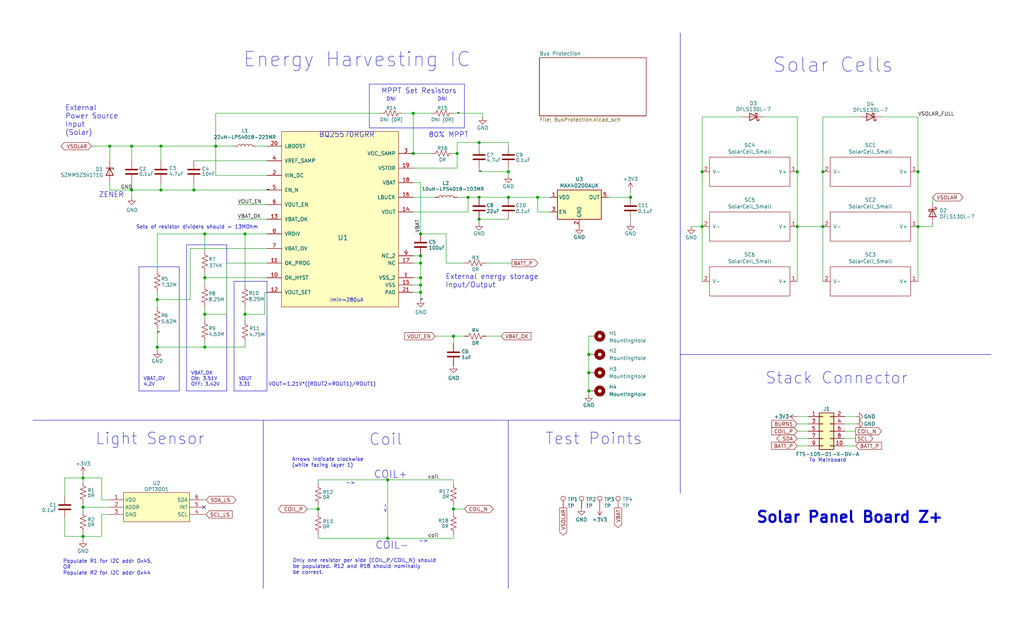
<source format=kicad_sch>
(kicad_sch (version 20230121) (generator eeschema)
  (paper "USLegal")
  (title_block (title "PyCubed Mini") (date "2023-04-25") (rev "B3/02") (company "REx Lab Carnegie Mellon University") (comment 1 "Z.Manchester") (comment 2 "N.Khera") (comment 3 "M.Holliday"))
  (junction (at 38.1 50.8))
  (junction (at 166.37 49.53))
  (junction (at 28.829 186.436))
  (junction (at 54.61 104.14))
  (junction (at 143.51 53.34))
  (junction (at 45.72 66.04))
  (junction (at 146.05 88.9))
  (junction (at 110.49 176.911))
  (junction (at 204.47 123.19))
  (junction (at 28.829 166.116))
  (junction (at 71.12 109.22))
  (junction (at 157.48 176.911))
  (junction (at 74.93 50.8))
  (junction (at 186.69 68.58))
  (junction (at 285.75 78.74))
  (junction (at 85.09 81.28))
  (junction (at 54.61 120.65))
  (junction (at 85.09 109.22))
  (junction (at 162.56 68.58))
  (junction (at 71.12 96.52))
  (junction (at 176.53 59.69))
  (junction (at 55.88 50.8))
  (junction (at 243.84 59.69))
  (junction (at 285.75 59.69))
  (junction (at 146.05 81.28))
  (junction (at 146.05 96.52))
  (junction (at 146.05 101.6))
  (junction (at 71.12 120.65))
  (junction (at 143.51 39.37))
  (junction (at 243.84 78.74))
  (junction (at 276.86 78.74))
  (junction (at 218.948 68.58))
  (junction (at 157.48 116.84))
  (junction (at 134.62 166.751))
  (junction (at 318.77 78.74))
  (junction (at 158.75 53.34))
  (junction (at 28.829 176.276))
  (junction (at 146.05 99.06))
  (junction (at 166.37 76.2))
  (junction (at 67.31 66.04))
  (junction (at 55.88 66.04))
  (junction (at 318.77 59.69))
  (junction (at 276.86 59.69))
  (junction (at 134.62 187.071))
  (junction (at 204.47 129.54))
  (junction (at 204.47 135.89))
  (junction (at 176.53 68.58))
  (junction (at 71.12 81.28))
  (junction (at 45.72 50.8))
  (junction (at 146.05 91.44))
  (junction (at 166.37 68.58))
  (no_connect (at 70.866 176.276))
  (wire (pts (xy 143.51 101.6) (xy 146.05 101.6)))
  (wire (pts (xy 318.77 78.74) (xy 323.85 78.74)))
  (wire (pts (xy 38.1 63.5) (xy 38.1 66.04)))
  (wire (pts (xy 66.04 86.36) (xy 92.71 86.36)))
  (wire (pts (xy 243.84 97.79) (xy 243.84 78.74)))
  (wire (pts (xy 146.05 91.44) (xy 146.05 88.9)))
  (polyline (pts (xy 78.74 85.09) (xy 78.74 135.89)))
  (wire (pts (xy 71.12 106.68) (xy 71.12 109.22)))
  (wire (pts (xy 276.86 40.64) (xy 265.43 40.64)))
  (wire (pts (xy 110.49 175.641) (xy 110.49 176.911)))
  (polyline (pts (xy 81.28 97.79) (xy 92.71 97.79)))
  (wire (pts (xy 204.47 123.19) (xy 204.47 129.54)))
  (wire (pts (xy 85.09 118.999) (xy 85.09 120.65)))
  (wire (pts (xy 146.05 81.28) (xy 146.05 63.5)))
  (polyline (pts (xy 92.71 97.79) (xy 92.71 135.89)))
  (wire (pts (xy 204.47 137.16) (xy 204.47 135.89)))
  (wire (pts (xy 35.306 178.816) (xy 37.846 178.816)))
  (wire (pts (xy 78.74 91.44) (xy 92.71 91.44)))
  (wire (pts (xy 54.61 120.65) (xy 71.12 120.65)))
  (wire (pts (xy 158.75 53.34) (xy 158.75 58.42)))
  (wire (pts (xy 157.48 39.37) (xy 167.64 39.37)))
  (wire (pts (xy 82.55 76.2) (xy 92.71 76.2)))
  (wire (pts (xy 139.7 39.37) (xy 143.51 39.37)))
  (wire (pts (xy 176.53 60.96) (xy 176.53 59.69)))
  (wire (pts (xy 143.51 99.06) (xy 146.05 99.06)))
  (wire (pts (xy 243.84 40.64) (xy 243.84 59.69)))
  (wire (pts (xy 176.53 58.42) (xy 176.53 59.69)))
  (wire (pts (xy 110.49 185.801) (xy 110.49 187.071)))
  (wire (pts (xy 45.72 50.8) (xy 55.88 50.8)))
  (wire (pts (xy 35.306 186.436) (xy 35.306 178.816)))
  (wire (pts (xy 318.77 40.64) (xy 318.77 59.69)))
  (polyline (pts (xy 92.71 135.89) (xy 81.28 135.89)))
  (wire (pts (xy 146.05 104.14) (xy 146.05 101.6)))
  (wire (pts (xy 85.09 81.28) (xy 85.09 99.06)))
  (wire (pts (xy 151.13 116.84) (xy 157.48 116.84)))
  (wire (pts (xy 134.62 166.751) (xy 157.48 166.751)))
  (wire (pts (xy 166.37 76.2) (xy 176.53 76.2)))
  (wire (pts (xy 22.479 172.466) (xy 22.479 166.116)))
  (polyline (pts (xy 176.53 146.05) (xy 176.53 204.47)))
  (wire (pts (xy 28.829 164.846) (xy 28.829 166.116)))
  (wire (pts (xy 28.829 175.006) (xy 28.829 176.276)))
  (polyline (pts (xy 64.77 135.89) (xy 64.77 85.09)))
  (polyline (pts (xy 236.22 11.43) (xy 236.22 171.45)))
  (wire (pts (xy 74.93 50.8) (xy 74.93 60.96)))
  (wire (pts (xy 134.62 187.071) (xy 157.48 187.071)))
  (wire (pts (xy 28.829 186.436) (xy 35.306 186.436)))
  (wire (pts (xy 74.93 39.37) (xy 74.93 50.8)))
  (wire (pts (xy 285.75 78.74) (xy 276.86 78.74)))
  (polyline (pts (xy 161.29 44.45) (xy 128.27 44.45)))
  (wire (pts (xy 166.37 58.42) (xy 166.37 59.69)))
  (polyline (pts (xy 91.44 146.05) (xy 91.44 204.47)))
  (wire (pts (xy 70.866 173.736) (xy 71.628 173.736)))
  (wire (pts (xy 22.479 166.116) (xy 28.829 166.116)))
  (wire (pts (xy 67.31 66.04) (xy 67.31 63.5)))
  (polyline (pts (xy 161.29 29.21) (xy 161.29 44.45)))
  (wire (pts (xy 276.86 154.94) (xy 280.67 154.94)))
  (wire (pts (xy 54.61 114.3) (xy 54.61 120.65)))
  (wire (pts (xy 204.47 116.84) (xy 204.47 123.19)))
  (wire (pts (xy 257.81 40.64) (xy 243.84 40.64)))
  (wire (pts (xy 211.328 68.58) (xy 218.948 68.58)))
  (wire (pts (xy 55.88 66.04) (xy 67.31 66.04)))
  (wire (pts (xy 158.75 68.58) (xy 162.56 68.58)))
  (wire (pts (xy 146.05 88.9) (xy 143.51 88.9)))
  (wire (pts (xy 297.18 147.32) (xy 293.37 147.32)))
  (wire (pts (xy 276.86 147.32) (xy 280.67 147.32)))
  (wire (pts (xy 71.12 118.745) (xy 71.12 120.65)))
  (wire (pts (xy 92.71 55.88) (xy 67.31 55.88)))
  (wire (pts (xy 276.86 78.74) (xy 276.86 97.79)))
  (wire (pts (xy 285.75 59.69) (xy 285.75 78.74)))
  (wire (pts (xy 146.05 99.06) (xy 146.05 96.52)))
  (wire (pts (xy 276.86 152.4) (xy 280.67 152.4)))
  (wire (pts (xy 168.91 116.84) (xy 173.99 116.84)))
  (wire (pts (xy 55.88 50.8) (xy 55.88 55.88)))
  (wire (pts (xy 186.69 68.58) (xy 186.69 73.66)))
  (wire (pts (xy 71.12 94.742) (xy 71.12 96.52)))
  (wire (pts (xy 285.75 40.64) (xy 285.75 59.69)))
  (wire (pts (xy 55.88 50.8) (xy 74.93 50.8)))
  (wire (pts (xy 71.12 81.28) (xy 54.61 81.28)))
  (wire (pts (xy 28.829 185.166) (xy 28.829 186.436)))
  (wire (pts (xy 161.29 176.911) (xy 157.48 176.911)))
  (wire (pts (xy 45.72 55.88) (xy 45.72 50.8)))
  (wire (pts (xy 157.48 185.801) (xy 157.48 187.071)))
  (wire (pts (xy 293.37 152.4) (xy 297.18 152.4)))
  (wire (pts (xy 143.51 53.34) (xy 143.51 39.37)))
  (wire (pts (xy 318.77 78.74) (xy 318.77 97.79)))
  (polyline (pts (xy 62.23 135.89) (xy 48.26 135.89)))
  (polyline (pts (xy 128.27 29.21) (xy 161.29 29.21)))
  (wire (pts (xy 91.948 109.22) (xy 91.948 101.6)))
  (wire (pts (xy 74.93 50.8) (xy 81.28 50.8)))
  (wire (pts (xy 218.948 76.2) (xy 218.948 77.47)))
  (wire (pts (xy 74.93 60.96) (xy 92.71 60.96)))
  (polyline (pts (xy 62.23 92.71) (xy 62.23 135.89)))
  (wire (pts (xy 54.61 121.92) (xy 54.61 120.65)))
  (wire (pts (xy 85.09 81.28) (xy 92.71 81.28)))
  (wire (pts (xy 38.1 55.88) (xy 38.1 50.8)))
  (wire (pts (xy 166.37 50.8) (xy 166.37 49.53)))
  (wire (pts (xy 166.37 59.69) (xy 176.53 59.69)))
  (wire (pts (xy 28.829 187.706) (xy 28.829 186.436)))
  (wire (pts (xy 35.306 166.116) (xy 28.829 166.116)))
  (wire (pts (xy 66.04 104.14) (xy 66.04 86.36)))
  (wire (pts (xy 110.49 166.751) (xy 134.62 166.751)))
  (wire (pts (xy 158.75 49.53) (xy 166.37 49.53)))
  (wire (pts (xy 293.37 149.86) (xy 297.18 149.86)))
  (wire (pts (xy 276.86 59.69) (xy 276.86 78.74)))
  (wire (pts (xy 146.05 101.6) (xy 146.05 99.06)))
  (wire (pts (xy 167.64 39.37) (xy 167.64 40.64)))
  (wire (pts (xy 55.88 63.5) (xy 55.88 66.04)))
  (wire (pts (xy 146.05 96.52) (xy 146.05 91.44)))
  (wire (pts (xy 323.85 78.74) (xy 323.85 77.851)))
  (wire (pts (xy 154.94 91.44) (xy 154.94 81.28)))
  (polyline (pts (xy 81.28 135.89) (xy 81.28 97.79)))
  (wire (pts (xy 82.55 71.12) (xy 92.71 71.12)))
  (polyline (pts (xy 78.74 135.89) (xy 64.77 135.89)))
  (wire (pts (xy 70.866 178.816) (xy 71.501 178.816)))
  (wire (pts (xy 110.49 166.751) (xy 110.49 168.021)))
  (wire (pts (xy 157.48 119.38) (xy 157.48 116.84)))
  (wire (pts (xy 54.61 104.14) (xy 66.04 104.14)))
  (wire (pts (xy 154.94 91.44) (xy 161.29 91.44)))
  (wire (pts (xy 162.56 73.66) (xy 162.56 68.58)))
  (wire (pts (xy 298.45 40.64) (xy 285.75 40.64)))
  (wire (pts (xy 166.37 76.2) (xy 166.37 77.47)))
  (wire (pts (xy 92.71 66.04) (xy 67.31 66.04)))
  (wire (pts (xy 157.48 53.34) (xy 158.75 53.34)))
  (wire (pts (xy 71.12 120.65) (xy 85.09 120.65)))
  (wire (pts (xy 218.948 66.04) (xy 218.948 68.58)))
  (wire (pts (xy 85.09 106.68) (xy 85.09 109.22)))
  (wire (pts (xy 106.68 176.911) (xy 110.49 176.911)))
  (wire (pts (xy 157.48 166.751) (xy 157.48 168.021)))
  (polyline (pts (xy 48.26 92.71) (xy 62.23 92.71)))
  (wire (pts (xy 31.75 50.8) (xy 38.1 50.8)))
  (wire (pts (xy 204.47 129.54) (xy 204.47 135.89)))
  (wire (pts (xy 285.75 78.74) (xy 285.75 97.79)))
  (wire (pts (xy 318.77 59.69) (xy 318.77 78.74)))
  (wire (pts (xy 166.37 49.53) (xy 176.53 49.53)))
  (polyline (pts (xy 64.77 85.09) (xy 78.74 85.09)))
  (wire (pts (xy 162.56 68.58) (xy 166.37 68.58)))
  (wire (pts (xy 71.12 109.22) (xy 78.74 109.22)))
  (wire (pts (xy 143.51 68.58) (xy 151.13 68.58)))
  (wire (pts (xy 176.53 68.58) (xy 186.69 68.58)))
  (wire (pts (xy 186.69 68.58) (xy 191.008 68.58)))
  (wire (pts (xy 71.12 96.52) (xy 71.12 99.06)))
  (wire (pts (xy 38.1 66.04) (xy 45.72 66.04)))
  (wire (pts (xy 85.09 81.28) (xy 71.12 81.28)))
  (wire (pts (xy 85.09 109.22) (xy 85.09 111.379)))
  (wire (pts (xy 28.829 176.276) (xy 28.829 177.546)))
  (wire (pts (xy 38.1 50.8) (xy 45.72 50.8)))
  (wire (pts (xy 91.948 101.6) (xy 92.71 101.6)))
  (wire (pts (xy 243.84 78.74) (xy 240.03 78.74)))
  (wire (pts (xy 158.75 58.42) (xy 143.51 58.42)))
  (wire (pts (xy 88.9 50.8) (xy 92.71 50.8)))
  (wire (pts (xy 45.72 66.04) (xy 55.88 66.04)))
  (wire (pts (xy 280.67 144.78) (xy 276.86 144.78)))
  (wire (pts (xy 54.61 104.14) (xy 54.61 106.68)))
  (wire (pts (xy 28.829 166.116) (xy 28.829 167.386)))
  (wire (pts (xy 276.86 149.86) (xy 280.67 149.86)))
  (wire (pts (xy 54.61 81.28) (xy 54.61 93.98)))
  (wire (pts (xy 168.91 91.44) (xy 177.8 91.44)))
  (wire (pts (xy 297.18 154.94) (xy 293.37 154.94)))
  (wire (pts (xy 71.12 81.28) (xy 71.12 87.122)))
  (wire (pts (xy 134.62 166.751) (xy 134.62 187.071)))
  (polyline (pts (xy 236.22 123.19) (xy 344.17 123.19)))
  (wire (pts (xy 157.48 176.911) (xy 157.48 178.181)))
  (wire (pts (xy 110.49 176.911) (xy 110.49 178.181)))
  (wire (pts (xy 276.86 59.69) (xy 276.86 40.64)))
  (wire (pts (xy 143.51 39.37) (xy 149.86 39.37)))
  (wire (pts (xy 74.93 39.37) (xy 132.08 39.37)))
  (wire (pts (xy 143.51 73.66) (xy 162.56 73.66)))
  (polyline (pts (xy 48.26 135.89) (xy 48.26 92.71)))
  (wire (pts (xy 54.61 101.6) (xy 54.61 104.14)))
  (wire (pts (xy 22.479 186.436) (xy 28.829 186.436)))
  (wire (pts (xy 143.51 91.44) (xy 146.05 91.44)))
  (wire (pts (xy 71.12 109.22) (xy 71.12 111.125)))
  (wire (pts (xy 176.53 50.8) (xy 176.53 49.53)))
  (wire (pts (xy 157.48 116.84) (xy 161.29 116.84)))
  (wire (pts (xy 243.84 78.74) (xy 243.84 59.69)))
  (wire (pts (xy 157.48 175.641) (xy 157.48 176.911)))
  (polyline (pts (xy 11.43 146.05) (xy 236.22 146.05)))
  (wire (pts (xy 323.85 68.58) (xy 323.85 70.231)))
  (wire (pts (xy 306.07 40.64) (xy 318.77 40.64)))
  (wire (pts (xy 158.75 49.53) (xy 158.75 53.34)))
  (wire (pts (xy 154.94 81.28) (xy 146.05 81.28)))
  (wire (pts (xy 45.72 63.5) (xy 45.72 66.04)))
  (wire (pts (xy 297.18 144.78) (xy 293.37 144.78)))
  (wire (pts (xy 71.12 96.52) (xy 92.71 96.52)))
  (wire (pts (xy 28.829 176.276) (xy 37.846 176.276)))
  (wire (pts (xy 110.49 187.071) (xy 134.62 187.071)))
  (wire (pts (xy 45.72 66.04) (xy 45.72 68.58)))
  (wire (pts (xy 22.479 180.086) (xy 22.479 186.436)))
  (wire (pts (xy 35.306 173.736) (xy 35.306 166.116)))
  (wire (pts (xy 143.51 53.34) (xy 149.86 53.34)))
  (wire (pts (xy 78.74 109.22) (xy 78.74 91.44)))
  (wire (pts (xy 143.51 96.52) (xy 146.05 96.52)))
  (wire (pts (xy 85.09 109.22) (xy 91.948 109.22)))
  (polyline (pts (xy 128.27 44.45) (xy 128.27 29.21)))
  (wire (pts (xy 191.008 73.66) (xy 186.69 73.66)))
  (wire (pts (xy 35.306 173.736) (xy 37.846 173.736)))
  (wire (pts (xy 166.37 68.58) (xy 176.53 68.58)))
  (wire (pts (xy 146.05 63.5) (xy 143.51 63.5)))
  (text "80% MPPT " (at 148.844 48.006 0) (effects (font (size 1.778 1.778)) (justify left bottom)))
  (text "DNI" (at 151.892 35.306 0) (effects (font (size 1.27 1.27)) (justify left bottom)))
  (text "Populate R1 for I2C addr 0x45, \nOR\nPopulate R2 for I2C addr 0x44" (at 21.844 200.025 0) (effects (font (size 1.27 1.27)) (justify left bottom)))
  (text "Solar Cells\n" (at 268.224 25.654 0) (effects (font (size 5 5)) (justify left bottom)))
  (text "External\nPower Source\nInput\n(Solar)" (at 22.606 47.244 0) (effects (font (size 1.778 1.778)) (justify left bottom)))
  (text "Only one resistor per side (COIL_P/COIL_N) should \nbe populated. R12 and R18 should nominally \nbe correct." (at 101.6 199.771 0) (effects (font (size 1.27 1.27)) (justify left bottom)))
  (text "Stack Connector\n" (at 265.684 133.858 0) (effects (font (size 4 4)) (justify left bottom)))
  (text "VOUT\n3.31" (at 82.804 134.366 0) (effects (font (size 1.2 1.2)) (justify left bottom)))
  (text "->" (at 148.717 188.849 0) (effects (font (size 1.27 1.27)) (justify right bottom)))
  (text "Energy Harvesting IC" (at 84.328 23.749 0) (effects (font (size 5 5)) (justify left bottom)))
  (text "MPPT Set Resistors " (at 132.334 32.766 0) (effects (font (size 1.778 1.778)) (justify left bottom)))
  (text "Arrows indicate clockwise\n(while facing layer 1)" (at 101.346 162.56 0) (effects (font (size 1.27 1.27)) (justify left bottom)))
  (text "<-" (at 134.493 178.435 90) (effects (font (size 1.27 1.27)) (justify left bottom)))
  (text "To Mainboard" (at 280.924 160.782 0) (effects (font (size 1.27 1.27)) (justify left bottom)))
  (text "Test Points" (at 189.23 154.94 0) (effects (font (size 4 4)) (justify left bottom)))
  (text "External energy storage\nInput/Output" (at 154.686 100.203 0) (effects (font (size 1.778 1.778)) (justify left bottom)))
  (text "COIL+" (at 129.794 166.497 0) (effects (font (size 2.54 2.54)) (justify left bottom)))
  (text "BQ25570RGRR" (at 110.744 48.006 0) (effects (font (size 1.778 1.778)) (justify left bottom)))
  (text "DNI" (at 134.112 35.306 0) (effects (font (size 1.27 1.27)) (justify left bottom)))
  (text "Light Sensor" (at 33.02 154.94 0) (effects (font (size 4 4)) (justify left bottom)))
  (text "Solar Panel Board Z+" (at 262.382 182.118 0) (effects (font (size 3.81 3.81) (thickness 0.762) bold) (justify left bottom)))
  (text "->" (at 120.015 168.656 0) (effects (font (size 1.27 1.27)) (justify left bottom)))
  (text "VOUT=1.21V*((ROUT2+ROUT1)/ROUT1)" (at 93.218 134.366 0) (effects (font (size 1.27 1.27)) (justify left bottom)))
  (text "VBAT_OV\n4.2V" (at 49.784 134.366 0) (effects (font (size 1.2 1.2)) (justify left bottom)))
  (text "VBAT_OK\nON: 3.51V\nOFF: 3.42V" (at 66.294 134.366 0) (effects (font (size 1.2 1.2)) (justify left bottom)))
  (text "COIL-" (at 130.302 191.135 0) (effects (font (size 2.54 2.54)) (justify left bottom)))
  (text "Sets of resistor dividers should = 13MOhm" (at 47.244 79.756 0) (effects (font (size 1.27 1.27)) (justify left bottom)))
  (text "Imin=280uA" (at 114.554 105.156 0) (effects (font (size 1.27 1.27)) (justify left bottom)))
  (text "ZENER" (at 34.29 68.834 0) (effects (font (size 1.778 1.778)) (justify left bottom)))
  (text "Coil" (at 128.016 155.194 0) (effects (font (size 4 4)) (justify left bottom)))
  (label "GND" (at 158.75 39.37 0) (effects (font (size 0.254 0.254))))
  (label "coil" (at 148.59 187.071 0))
  (label "GND" (at 92.71 66.04 0) (effects (font (size 0.254 0.254))))
  (label "VBAT_OK" (at 82.55 76.2 0))
  (label "coil" (at 148.59 166.751 0))
  (label "VOUT_EN" (at 82.55 71.12 0))
  (label "VBAT" (at 146.05 76.2 270))
  (label "GND" (at 166.37 59.69 0) (effects (font (size 0.254 0.254))))
  (label "GND" (at 146.05 104.14 0) (effects (font (size 0.254 0.254))))
  (label "GND" (at 41.91 66.04 0))
  (label "GND" (at 54.61 115.57 0) (effects (font (size 0.254 0.254))))
  (label "VSOLAR_FULL" (at 318.77 40.64 0))
  (global_label "SDA_LS" (shape bidirectional) (at 71.628 173.736 0) (property "Intersheetrefs" "${INTERSHEET_REFS}" (effects hide)))
  (global_label "VBAT_OK" (shape input) (at 173.99 116.84 0) (property "Intersheetrefs" "${INTERSHEET_REFS}" (effects hide)))
  (global_label "VSOLAR" (shape bidirectional) (at 31.75 50.8 180) (property "Intersheetrefs" "${INTERSHEET_REFS}" (effects hide)))
  (global_label "BATT_P" (shape output) (at 177.8 91.44 0) (property "Intersheetrefs" "${INTERSHEET_REFS}" (effects hide)))
  (global_label "VOUT_EN" (shape input) (at 151.13 116.84 180) (property "Intersheetrefs" "${INTERSHEET_REFS}" (effects hide)))
  (global_label "VSOLAR" (shape bidirectional) (at 323.85 68.58 0) (property "Intersheetrefs" "${INTERSHEET_REFS}" (effects hide)))
  (global_label "BURN1" (shape input) (at 276.86 147.32 180) (property "Intersheetrefs" "${INTERSHEET_REFS}" (effects hide)))
  (global_label "COIL_N" (shape output) (at 297.18 149.86 0) (property "Intersheetrefs" "${INTERSHEET_REFS}" (effects hide)))
  (global_label "COIL_P" (shape bidirectional) (at 106.68 176.911 180) (property "Intersheetrefs" "${INTERSHEET_REFS}" (effects hide)))
  (global_label "SCL" (shape output) (at 297.18 152.4 0) (property "Intersheetrefs" "${INTERSHEET_REFS}" (effects hide)))
  (global_label "COIL_P" (shape input) (at 276.86 149.86 180) (property "Intersheetrefs" "${INTERSHEET_REFS}" (effects hide)))
  (global_label "BATT_P" (shape input) (at 276.86 154.94 180) (property "Intersheetrefs" "${INTERSHEET_REFS}" (effects hide)))
  (global_label "SCL_LS" (shape input) (at 71.501 178.816 0) (property "Intersheetrefs" "${INTERSHEET_REFS}" (effects hide)))
  (global_label "COIL_N" (shape bidirectional) (at 161.29 176.911 0) (property "Intersheetrefs" "${INTERSHEET_REFS}" (effects hide)))
  (global_label "VBAT" (shape output) (at 214.63 176.53 270) (property "Intersheetrefs" "${INTERSHEET_REFS}" (effects hide)))
  (global_label "VSOLAR" (shape output) (at 195.58 176.53 270) (property "Intersheetrefs" "${INTERSHEET_REFS}" (effects hide)))
  (global_label "SDA" (shape bidirectional) (at 276.86 152.4 180) (property "Intersheetrefs" "${INTERSHEET_REFS}" (effects hide)))
  (global_label "BATT_P" (shape input) (at 297.18 154.94 0) (property "Intersheetrefs" "${INTERSHEET_REFS}" (effects hide)))
  (symbol (lib_id "Device:C") (at 176.53 54.61 0) (unit 1)
    (property "Reference" "C9" (at 179.07 53.848 0) (effects (font (size 1.2 1.2)) (justify left)))
    (property "Value" "0.1uF" (at 179.07 55.626 0) (effects (font (size 1.2 1.2)) (justify left)))
    (property "Footprint" "Capacitor_SMD:C_0603_1608Metric" (effects hide))
    (property "Description" "CAP CER 0.1UF 50V X7R 0603" (effects hide))
    (property "Manufacturer_Name" "KYOCERA AVX" (effects hide))
    (property "Manufacturer_Part_Number" "06035C104K4T2A" (effects hide))
    (property "Package/Footprint" "0603" (effects hide))
    (property "Website" "https://www.digikey.pt/pt/products/detail/kyocera-avx/KAM15AR71H104KT/1950904?s=N4IgTCBcDaIAwDY4GYCsBhAjHALAaRwBUwBBEAXQF8g" (effects hide))
  )
  (symbol (lib_id "Device:R_US") (at 85.09 115.189 180) (unit 1)
    (property "Reference" "R11" (at 88.392 113.411 0) (effects (font (size 1.2 1.2)) (justify bottom)))
    (property "Value" "4.75M" (at 89.281 116.967 0) (effects (font (size 1.2 1.2)) (justify top)))
    (property "Footprint" "Resistor_SMD:R_0603_1608Metric" (effects hide))
    (property "Description" "RES 4.75M OHM 1% 1/10W 0603" (effects hide))
    (property "Manufacturer_Name" "Stackpole Electronics Inc" (effects hide))
    (property "Manufacturer_Part_Number" "RMCF0603FT4M75" (effects hide))
    (property "Package/Footprint" "0603" (effects hide))
    (property "Website" "https://www.digikey.pt/pt/products/detail/stackpole-electronics-inc/RMCF0603FT4M75/1761161?s=N4IgTCBcDaIEoFkDCAxADANjQZhQFQBYEB2AVhAF0BfIA" (effects hide))
  )
  (symbol (lib_id "Device:R_US") (at 85.09 102.87 180) (unit 1)
    (property "Reference" "R10" (at 88.138 101.219 0) (effects (font (size 1.2 1.2)) (justify bottom)))
    (property "Value" "8.25M" (at 89.027 104.648 0) (effects (font (size 1.2 1.2)) (justify top)))
    (property "Footprint" "Resistor_SMD:R_0603_1608Metric" (effects hide))
    (property "Description" "RES SMD 8.25M OHM 1% 1/10W 0603" (effects hide))
    (property "Manufacturer_Name" "Vishay Dale" (effects hide))
    (property "Manufacturer_Part_Number" "CRCW06038M25FKEA" (effects hide))
    (property "Package/Footprint" "0603" (effects hide))
    (property "Website" "https://www.digikey.pt/pt/products/detail/vishay-dale/CRCW06038M25FKEA/1175115" (effects hide))
  )
  (symbol (lib_id "Device:C") (at 218.948 72.39 0) (unit 1)
    (property "Reference" "C11" (at 221.488 71.374 0) (effects (font (size 1.2 1.2)) (justify left)))
    (property "Value" "0.1uF" (at 221.488 73.406 0) (effects (font (size 1.2 1.2)) (justify left)))
    (property "Footprint" "Capacitor_SMD:C_0603_1608Metric" (effects hide))
    (property "Description" "CAP CER 0.1UF 50V X7R 0603" (effects hide))
    (property "Manufacturer_Name" "KYOCERA AVX" (effects hide))
    (property "Manufacturer_Part_Number" "06035C104K4T2A" (effects hide))
    (property "Package/Footprint" "0603" (effects hide))
    (property "Website" "https://www.digikey.pt/pt/products/detail/kyocera-avx/KAM15AR71H104KT/1950904?s=N4IgTCBcDaIAwDY4GYCsBhAjHALAaRwBUwBBEAXQF8g" (effects hide))
  )
  (symbol (lib_id "Device:R_US") (at 165.1 91.44 270) (unit 1)
    (property "Reference" "R3" (at 165.1 90.297 90) (effects (font (size 1.2 1.2)) (justify bottom)))
    (property "Value" "0R" (at 165.1 92.964 90) (effects (font (size 1.2 1.2)) (justify top)))
    (property "Footprint" "Resistor_SMD:R_0603_1608Metric" (effects hide))
    (property "Description" "RES 0 OHM JUMPER 1/10W 0603" (effects hide))
    (property "Manufacturer_Name" "Stackpole Electronics Inc" (effects hide))
    (property "Manufacturer_Part_Number" "RMCF0603ZT0R00" (effects hide))
    (property "Package/Footprint" "0603" (effects hide))
    (property "Website" "https://www.digikey.pt/pt/products/detail/stackpole-electronics-inc/RMCF0603ZT0R00/1756908?s=N4IgTCBcDaIEoFkDCAxADANjQZgFoBU0400QBdAXyA" (effects hide))
  )
  (symbol (lib_id "Device:R_US") (at 54.61 110.49 180) (unit 1)
    (property "Reference" "R6" (at 57.15 108.966 0) (effects (font (size 1.2 1.2)) (justify bottom)))
    (property "Value" "5.62M" (at 58.674 112.395 0) (effects (font (size 1.2 1.2)) (justify top)))
    (property "Footprint" "Resistor_SMD:R_0603_1608Metric" (effects hide))
    (property "Description" "RES 5.62M OHM 1% 1/10W 0603" (effects hide))
    (property "Manufacturer_Name" "Stackpole Electronics Inc" (effects hide))
    (property "Manufacturer_Part_Number" "RMCF0603FT5M62" (effects hide))
    (property "Package/Footprint" "0603" (effects hide))
    (property "Website" "https://www.digikey.pt/pt/products/detail/stackpole-electronics-inc/RMCF0603FT5M62/6266838?s=N4IgTCBcDaIEoFkDCAxADANjQZhQFQFYEMIBdAXyA" (effects hide))
  )
  (symbol (lib_id "power:GND") (at 146.05 104.14 0) (unit 1)
    (property "Reference" "#PWR08" (effects hide))
    (property "Value" "GND" (at 146.177 108.5342 0))
  )
  (symbol (lib_id "power:GND") (at 54.61 121.92 0) (unit 1)
    (property "Reference" "#PWR04" (effects hide))
    (property "Value" "GND" (at 54.61 125.476 0))
  )
  (symbol (lib_id "power:GND") (at 45.72 68.58 0) (unit 1)
    (property "Reference" "#PWR03" (effects hide))
    (property "Value" "GND" (at 45.847 72.9742 0))
  )
  (symbol (lib_id "power:GND") (at 167.64 40.64 0) (unit 1)
    (property "Reference" "#PWR010" (effects hide))
    (property "Value" "GND" (at 167.64 44.45 0))
  )
  (symbol (lib_id "power:GND") (at 166.37 77.47 0) (unit 1)
    (property "Reference" "#PWR09" (effects hide))
    (property "Value" "GND" (at 166.37 81.153 0))
  )
  (symbol (lib_id "power:GND") (at 176.53 60.96 0) (unit 1)
    (property "Reference" "#PWR011" (effects hide))
    (property "Value" "GND" (at 176.53 64.77 0))
  )
  (symbol (lib_id "solarpanels:SolarCell_Small") (at 302.26 59.69 0) (mirror y) (unit 1)
    (property "Reference" "SC1" (at 302.26 50.419 0))
    (property "Value" "SolarCell_Small" (at 302.26 52.7304 0))
    (property "Footprint" "solarpanels:KXOB25-05X3F" (effects hide))
    (property "Description" "MONOCRYS SOLAR CELL 30.7MW 2.07V" (effects hide))
    (property "Manufacturer_Name" "ANYSOLAR Ltd" (effects hide))
    (property "Manufacturer_Part_Number" "KXOB25-05X3F-TR" (effects hide))
    (property "Website" "https://www.digikey.pt/pt/products/detail/anysolar-ltd/KXOB25-05X3F-TR/9990478?s=N4IgTCBcDaINIA0DyAhMBWAtABnQgzAGKYAqASiALoC%2BQA" (effects hide))
  )
  (symbol (lib_id "power:GND") (at 28.829 187.706 0) (unit 1)
    (property "Reference" "#PWR07" (effects hide))
    (property "Value" "GND" (at 28.829 191.516 0))
  )
  (symbol (lib_id "solarpanels:SolarCell_Small") (at 302.26 78.74 0) (mirror y) (unit 1)
    (property "Reference" "SC2" (at 302.26 69.469 0))
    (property "Value" "SolarCell_Small" (at 302.26 71.7804 0))
    (property "Footprint" "solarpanels:KXOB25-05X3F" (effects hide))
    (property "Description" "MONOCRYS SOLAR CELL 30.7MW 2.07V" (effects hide))
    (property "Manufacturer_Name" "ANYSOLAR Ltd" (effects hide))
    (property "Manufacturer_Part_Number" "KXOB25-05X3F-TR" (effects hide))
    (property "Website" "https://www.digikey.pt/pt/products/detail/anysolar-ltd/KXOB25-05X3F-TR/9990478?s=N4IgTCBcDaINIA0DyAhMBWAtABnQgzAGKYAqASiALoC%2BQA" (effects hide))
  )
  (symbol (lib_id "solarpanels:SolarCell_Small") (at 302.26 97.79 0) (mirror y) (unit 1)
    (property "Reference" "SC3" (at 302.26 88.519 0))
    (property "Value" "SolarCell_Small" (at 302.26 90.8304 0))
    (property "Footprint" "solarpanels:KXOB25-05X3F" (effects hide))
    (property "Description" "MONOCRYS SOLAR CELL 30.7MW 2.07V" (effects hide))
    (property "Manufacturer_Name" "ANYSOLAR Ltd" (effects hide))
    (property "Manufacturer_Part_Number" "KXOB25-05X3F-TR" (effects hide))
    (property "Website" "https://www.digikey.pt/pt/products/detail/anysolar-ltd/KXOB25-05X3F-TR/9990478?s=N4IgTCBcDaINIA0DyAhMBWAtABnQgzAGKYAqASiALoC%2BQA" (effects hide))
  )
  (symbol (lib_id "Device:R_US") (at 28.829 171.196 180) (unit 1)
    (property "Reference" "R1" (at 30.353 170.434 0) (effects (font (size 1.2 1.2)) (justify right)))
    (property "Value" "0R" (at 30.353 172.212 0) (effects (font (size 1.2 1.2)) (justify right)))
    (property "Footprint" "Resistor_SMD:R_0402_1005Metric" (effects hide))
    (property "Description" "RES 0 OHM JUMPER 1/16W 0402" (effects hide))
    (property "Manufacturer_Name" "Stackpole Electronics Inc" (effects hide))
    (property "Manufacturer_Part_Number" "RMCF0402ZT0R00" (effects hide))
    (property "Package/Footprint" "0402" (effects hide))
    (property "Website" "https://www.digikey.pt/pt/products/detail/stackpole-electronics-inc/RMCF0402ZT0R00/1756905?s=N4IgTCBcDaIEoFkDCAxADAFjWAWgFTTjTRAF0BfIA" (effects hide))
  )
  (symbol (lib_id "solarpanels:SolarCell_Small") (at 260.35 59.69 0) (mirror y) (unit 1)
    (property "Reference" "SC4" (at 260.35 50.419 0))
    (property "Value" "SolarCell_Small" (at 260.35 52.7304 0))
    (property "Footprint" "solarpanels:KXOB25-05X3F" (effects hide))
    (property "Description" "MONOCRYS SOLAR CELL 30.7MW 2.07V" (effects hide))
    (property "Manufacturer_Name" "ANYSOLAR Ltd" (effects hide))
    (property "Manufacturer_Part_Number" "KXOB25-05X3F-TR" (effects hide))
    (property "Website" "https://www.digikey.pt/pt/products/detail/anysolar-ltd/KXOB25-05X3F-TR/9990478?s=N4IgTCBcDaINIA0DyAhMBWAtABnQgzAGKYAqASiALoC%2BQA" (effects hide))
  )
  (symbol (lib_id "solarpanels:SolarCell_Small") (at 260.35 78.74 0) (mirror y) (unit 1)
    (property "Reference" "SC5" (at 260.35 69.469 0))
    (property "Value" "SolarCell_Small" (at 260.35 71.7804 0))
    (property "Footprint" "solarpanels:KXOB25-05X3F" (effects hide))
    (property "Description" "MONOCRYS SOLAR CELL 30.7MW 2.07V" (effects hide))
    (property "Manufacturer_Name" "ANYSOLAR Ltd" (effects hide))
    (property "Manufacturer_Part_Number" "KXOB25-05X3F-TR" (effects hide))
    (property "Website" "https://www.digikey.pt/pt/products/detail/anysolar-ltd/KXOB25-05X3F-TR/9990478?s=N4IgTCBcDaINIA0DyAhMBWAtABnQgzAGKYAqASiALoC%2BQA" (effects hide))
  )
  (symbol (lib_id "solarpanels:SolarCell_Small") (at 260.35 97.79 0) (mirror y) (unit 1)
    (property "Reference" "SC6" (at 260.35 88.519 0))
    (property "Value" "SolarCell_Small" (at 260.35 90.8304 0))
    (property "Footprint" "solarpanels:KXOB25-05X3F" (effects hide))
    (property "Description" "MONOCRYS SOLAR CELL 30.7MW 2.07V" (effects hide))
    (property "Manufacturer_Name" "ANYSOLAR Ltd" (effects hide))
    (property "Manufacturer_Part_Number" "KXOB25-05X3F-TR" (effects hide))
    (property "Website" "https://www.digikey.pt/pt/products/detail/anysolar-ltd/KXOB25-05X3F-TR/9990478?s=N4IgTCBcDaINIA0DyAhMBWAtABnQgzAGKYAqASiALoC%2BQA" (effects hide))
  )
  (symbol (lib_id "Device:R_US") (at 28.829 181.356 180) (unit 1)
    (property "Reference" "R2" (at 30.353 180.594 0) (effects (font (size 1.2 1.2)) (justify right)))
    (property "Value" "0R" (at 30.353 182.372 0) (effects (font (size 1.2 1.2)) (justify right)))
    (property "Footprint" "Resistor_SMD:R_0402_1005Metric" (effects hide))
    (property "Description" "RES 0 OHM JUMPER 1/16W 0402" (effects hide))
    (property "Manufacturer_Name" "Stackpole Electronics Inc" (effects hide))
    (property "Manufacturer_Part_Number" "RMCF0402ZT0R00" (effects hide))
    (property "Package/Footprint" "0402" (effects hide))
    (property "Website" "https://www.digikey.pt/pt/products/detail/stackpole-electronics-inc/RMCF0402ZT0R00/1756905?s=N4IgTCBcDaIEoFkDCAxADAFjWAWgFTTjTRAF0BfIA" (effects hide))
  )
  (symbol (lib_id "Device:C") (at 157.48 123.19 0) (unit 1)
    (property "Reference" "C6" (at 160.274 122.174 0) (effects (font (size 1.2 1.2)) (justify left)))
    (property "Value" "1uF" (at 160.274 124.206 0) (effects (font (size 1.2 1.2)) (justify left)))
    (property "Footprint" "Capacitor_SMD:C_0603_1608Metric" (effects hide))
    (property "Description" "CAP CER 1UF 50V X5R 0603" (effects hide))
    (property "Manufacturer_Name" "Murata Electronics" (effects hide))
    (property "Manufacturer_Part_Number" "GRT188R61H105KE13D" (effects hide))
    (property "Package/Footprint" "0603" (effects hide))
    (property "Website" "https://www.digikey.pt/pt/products/detail/murata-electronics/GRT188R61H105KE13D/5416752?s=N4IgTCBcDaIOICUAqBGAHGhA2FAJFADAKwDSAoigMwAiIAugL5A" (effects hide))
  )
  (symbol (lib_id "power:+3V3") (at 28.829 164.846 0) (unit 1)
    (property "Reference" "#PWR06" (effects hide))
    (property "Value" "+3V3" (at 28.829 161.163 0))
  )
  (symbol (lib_id "power:GND") (at 157.48 127 0) (unit 1)
    (property "Reference" "#PWR01" (effects hide))
    (property "Value" "GND" (at 157.607 131.3942 0))
  )
  (symbol (lib_id "Device:R_US") (at 165.1 116.84 270) (unit 1)
    (property "Reference" "R4" (at 165.1 114.808 90) (effects (font (size 1.2 1.2))))
    (property "Value" "0R" (at 165.1 119.253 90) (effects (font (size 1.2 1.2))))
    (property "Footprint" "Resistor_SMD:R_0603_1608Metric" (effects hide))
    (property "Description" "RES 0 OHM JUMPER 1/10W 0603" (effects hide))
    (property "Manufacturer_Name" "Stackpole Electronics Inc" (effects hide))
    (property "Manufacturer_Part_Number" "RMCF0603ZT0R00" (effects hide))
    (property "Package/Footprint" "0603" (effects hide))
    (property "Website" "https://www.digikey.pt/pt/products/detail/stackpole-electronics-inc/RMCF0603ZT0R00/1756908?s=N4IgTCBcDaIEoFkDCAxADANjQZgFoBU0400QBdAXyA" (effects hide))
  )
  (symbol (lib_id "Device:C") (at 22.479 176.276 180) (unit 1)
    (property "Reference" "C1" (at 19.685 175.514 0) (effects (font (size 1.2 1.2)) (justify left)))
    (property "Value" "0.1uF" (at 19.685 177.292 0) (effects (font (size 1.2 1.2)) (justify left)))
    (property "Footprint" "Capacitor_SMD:C_0402_1005Metric" (effects hide))
    (property "Description" "CAP CER 0.1UF 50V X7R 0402" (effects hide))
    (property "Manufacturer_Name" "KYOCERA AVX" (effects hide))
    (property "Manufacturer_Part_Number" "04025C104KAT2A" (effects hide))
    (property "Package/Footprint" "0402" (effects hide))
    (property "Website" "https://www.digikey.pt/pt/products/detail/kyocera-avx/KGM05CR71H104KH/6564238?s=N4IgTCBcDaIAwBY5gKwGECMiDSBBAKmLiALoC%2BQA" (effects hide))
  )
  (symbol (lib_id "power:+3V3") (at 218.948 66.04 0) (unit 1)
    (property "Reference" "#PWR015" (effects hide))
    (property "Value" "+3V3" (at 218.948 62.23 0))
  )
  (symbol (lib_id "power:GND") (at 240.03 78.74 0) (mirror y) (unit 1)
    (property "Reference" "#PWR0101" (effects hide))
    (property "Value" "GND" (at 240.03 82.55 0))
  )
  (symbol (lib_id "Device:R_US") (at 110.49 181.991 180) (unit 1)
    (property "Reference" "R13" (at 112.014 181.229 0) (effects (font (size 1.2 1.2)) (justify right)))
    (property "Value" "0R" (at 112.014 183.007 0) (effects (font (size 1.2 1.2)) (justify right)))
    (property "Footprint" "Resistor_SMD:R_0603_1608Metric" (effects hide))
    (property "Description" "RES 0 OHM JUMPER 1/10W 0603" (effects hide))
    (property "Manufacturer_Name" "Stackpole Electronics Inc" (effects hide))
    (property "Manufacturer_Part_Number" "RMCF0603ZT0R00" (effects hide))
    (property "Package/Footprint" "0603" (effects hide))
    (property "Website" "https://www.digikey.pt/pt/products/detail/stackpole-electronics-inc/RMCF0603ZT0R00/1756908?s=N4IgTCBcDaIEoFkDCAxADANjQZgFoBU0400QBdAXyA" (effects hide))
  )
  (symbol (lib_id "Device:R_US") (at 110.49 171.831 180) (unit 1)
    (property "Reference" "R12" (at 112.014 171.069 0) (effects (font (size 1.2 1.2)) (justify right)))
    (property "Value" "0R" (at 112.014 172.847 0) (effects (font (size 1.2 1.2)) (justify right)))
    (property "Footprint" "Resistor_SMD:R_0603_1608Metric" (effects hide))
    (property "Description" "RES 0 OHM JUMPER 1/10W 0603" (effects hide))
    (property "Manufacturer_Name" "Stackpole Electronics Inc" (effects hide))
    (property "Manufacturer_Part_Number" "RMCF0603ZT0R00" (effects hide))
    (property "Package/Footprint" "0603" (effects hide))
    (property "Website" "https://www.digikey.pt/pt/products/detail/stackpole-electronics-inc/RMCF0603ZT0R00/1756908?s=N4IgTCBcDaIEoFkDCAxADANjQZgFoBU0400QBdAXyA" (effects hide))
  )
  (symbol (lib_id "Device:R_US") (at 157.48 181.991 180) (unit 1)
    (property "Reference" "R18" (at 152.146 180.975 0) (effects (font (size 1.2 1.2)) (justify right)))
    (property "Value" "0R" (at 153.289 182.88 0) (effects (font (size 1.2 1.2)) (justify right)))
    (property "Footprint" "Resistor_SMD:R_0603_1608Metric" (effects hide))
    (property "Description" "RES 0 OHM JUMPER 1/10W 0603" (effects hide))
    (property "Manufacturer_Name" "Stackpole Electronics Inc" (effects hide))
    (property "Manufacturer_Part_Number" "RMCF0603ZT0R00" (effects hide))
    (property "Package/Footprint" "0603" (effects hide))
    (property "Website" "https://www.digikey.pt/pt/products/detail/stackpole-electronics-inc/RMCF0603ZT0R00/1756908?s=N4IgTCBcDaIEoFkDCAxADANjQZgFoBU0400QBdAXyA" (effects hide))
  )
  (symbol (lib_id "Device:R_US") (at 157.48 171.831 180) (unit 1)
    (property "Reference" "R17" (at 152.4 170.815 0) (effects (font (size 1.2 1.2)) (justify right)))
    (property "Value" "0R" (at 153.543 172.593 0) (effects (font (size 1.2 1.2)) (justify right)))
    (property "Footprint" "Resistor_SMD:R_0603_1608Metric" (effects hide))
    (property "Description" "RES 0 OHM JUMPER 1/10W 0603" (effects hide))
    (property "Manufacturer_Name" "Stackpole Electronics Inc" (effects hide))
    (property "Manufacturer_Part_Number" "RMCF0603ZT0R00" (effects hide))
    (property "Package/Footprint" "0603" (effects hide))
    (property "Website" "https://www.digikey.pt/pt/products/detail/stackpole-electronics-inc/RMCF0603ZT0R00/1756908?s=N4IgTCBcDaIEoFkDCAxADANjQZgFoBU0400QBdAXyA" (effects hide))
  )
  (symbol (lib_id "Connector:TestPoint") (at 195.58 176.53 0) (unit 1) (in_bom no)
    (property "Reference" "TP1" (at 197.0532 173.5328 0) (effects (justify left)))
    (property "Value" "TP" (at 197.0532 175.8442 0) (effects (justify left)))
    (property "Footprint" "TestPoint:TestPoint_THTPad_D1.0mm_Drill0.5mm" (effects hide))
  )
  (symbol (lib_id "Connector:TestPoint") (at 201.93 176.53 0) (unit 1) (in_bom no)
    (property "Reference" "TP2" (at 203.4032 173.5328 0) (effects (justify left)))
    (property "Value" "TP" (at 203.4032 175.8442 0) (effects (justify left)))
    (property "Footprint" "TestPoint:TestPoint_THTPad_D1.0mm_Drill0.5mm" (effects hide))
  )
  (symbol (lib_id "Connector:TestPoint") (at 208.28 176.53 0) (unit 1) (in_bom no)
    (property "Reference" "TP3" (at 209.7532 173.5328 0) (effects (justify left)))
    (property "Value" "TP" (at 209.7532 175.8442 0) (effects (justify left)))
    (property "Footprint" "TestPoint:TestPoint_THTPad_D1.0mm_Drill0.5mm" (effects hide))
  )
  (symbol (lib_id "Connector:TestPoint") (at 214.63 176.53 0) (unit 1) (in_bom no)
    (property "Reference" "TP4" (at 216.1032 173.5328 0) (effects (justify left)))
    (property "Value" "TP" (at 216.1032 175.8442 0) (effects (justify left)))
    (property "Footprint" "TestPoint:TestPoint_THTPad_D1.0mm_Drill0.5mm" (effects hide))
  )
  (symbol (lib_id "power:GND") (at 201.93 176.53 0) (unit 1)
    (property "Reference" "#PWR0102" (effects hide))
    (property "Value" "GND" (at 201.93 180.594 0))
  )
  (symbol (lib_id "power:+3V3") (at 208.28 176.53 180) (unit 1)
    (property "Reference" "#PWR0103" (effects hide))
    (property "Value" "+3V3" (at 208.28 180.594 0))
  )
  (symbol (lib_id "Device:R_US") (at 54.61 97.79 180) (unit 1)
    (property "Reference" "R5" (at 57.15 96.266 0) (effects (font (size 1.2 1.2)) (justify bottom)))
    (property "Value" "7.32M" (at 58.674 99.695 0) (effects (font (size 1.2 1.2)) (justify top)))
    (property "Footprint" "Resistor_SMD:R_0603_1608Metric" (effects hide))
    (property "Description" "RES 7.32M OHM 1% 1/10W 0603" (effects hide))
    (property "Manufacturer_Name" "Stackpole Electronics Inc" (effects hide))
    (property "Manufacturer_Part_Number" "RMCF0603FT7M32" (effects hide))
    (property "Package/Footprint" "0603" (effects hide))
    (property "Website" "https://www.digikey.pt/pt/products/detail/stackpole-electronics-inc/RMCF0603FT7M32/6266849?s=N4IgTCBcDaIEoFkDCAxADANjQZhQFQHYFsIBdAXyA" (effects hide))
  )
  (symbol (lib_id "Device:C") (at 176.53 72.39 0) (unit 1)
    (property "Reference" "C10" (at 179.07 71.374 0) (effects (font (size 1.2 1.2)) (justify left)))
    (property "Value" "0.1uF" (at 179.07 73.406 0) (effects (font (size 1.2 1.2)) (justify left)))
    (property "Footprint" "Capacitor_SMD:C_0603_1608Metric" (effects hide))
    (property "Description" "CAP CER 0.1UF 50V X7R 0603" (effects hide))
    (property "Manufacturer_Name" "KYOCERA AVX" (effects hide))
    (property "Manufacturer_Part_Number" "06035C104K4T2A" (effects hide))
    (property "Package/Footprint" "0603" (effects hide))
    (property "Website" "https://www.digikey.pt/pt/products/detail/kyocera-avx/KAM15AR71H104KT/1950904?s=N4IgTCBcDaIAwDY4GYCsBhAjHALAaRwBUwBBEAXQF8g" (effects hide))
  )
  (symbol (lib_id "Device:R_US") (at 71.12 90.932 180) (unit 1)
    (property "Reference" "R7" (at 73.66 89.408 0) (effects (font (size 1.2 1.2)) (justify bottom)))
    (property "Value" "374K" (at 74.93 92.964 0) (effects (font (size 1.2 1.2)) (justify top)))
    (property "Footprint" "Resistor_SMD:R_0603_1608Metric" (effects hide))
    (property "Description" "RES 374K OHM 1% 1/10W 0603" (effects hide))
    (property "Manufacturer_Name" "Stackpole Electronics Inc" (effects hide))
    (property "Manufacturer_Part_Number" "RMCF0603FT374K" (effects hide))
    (property "Package/Footprint" "0603" (effects hide))
    (property "Website" "https://www.digikey.pt/pt/products/detail/stackpole-electronics-inc/RMCF0603FT374K/1713972?s=N4IgTCBcDaIEoFkDCAxADANjQZhQFWwHYAWAaRAF0BfIA" (effects hide))
  )
  (symbol (lib_id "Device:C") (at 146.05 85.09 0) (unit 1)
    (property "Reference" "C5" (at 148.844 84.074 0) (effects (font (size 1.2 1.2)) (justify left)))
    (property "Value" "100uF" (at 148.844 86.106 0) (effects (font (size 1.2 1.2)) (justify left)))
    (property "Footprint" "Capacitor_SMD:C_0805_2012Metric" (effects hide))
    (property "Description" "CAP CER 100UF 6.3V X5R 0805" (effects hide))
    (property "Manufacturer_Name" "Murata Electronics" (effects hide))
    (property "Manufacturer_Part_Number" "GRM21BR60J107ME15K" (effects hide))
    (property "Package/Footprint" "0805" (effects hide))
    (property "Website" "https://www.digikey.pt/pt/products/detail/murata-electronics/GRM21BR60J107ME15K/9887675?s=N4IgTCBcDaIOICUCyYCMAhBA2ADAKVRwHYkBRVAVgGkQBdAXyA" (effects hide))
  )
  (symbol (lib_id "Device:L") (at 154.94 68.58 90) (unit 1)
    (property "Reference" "L2" (at 155.956 62.992 90) (effects (font (size 1.2 1.2)) (justify left bottom)))
    (property "Value" "10uH-LPS4018-103MR" (at 168.148 65.024 90) (effects (font (size 1.2 1.2)) (justify left bottom)))
    (property "Footprint" "solarpanels:LPS4018" (effects hide))
    (property "Description" "Power Inductors - SMD 10uH Shld 20% 1.3A 200 mOhms" (effects hide))
    (property "Manufacturer_Name" "Coilcraft" (effects hide))
    (property "Manufacturer_Part_Number" "LPS4018-103MRC" (effects hide))
    (property "Package/Footprint" "1515" (effects hide))
    (property "Website" "https://www.digikey.pt/pt/products/detail/coilcraft/LPS4018-103MRC/16816546?s=N4IgTCBcDaIDIAUDKAWADARgBwFoNoGYBZAJQGEQBdAXyA" (effects hide))
  )
  (symbol (lib_id "Device:C") (at 67.31 59.69 0) (unit 1)
    (property "Reference" "C4" (at 70.104 58.674 0) (effects (font (size 1.2 1.2)) (justify left)))
    (property "Value" "10nF" (at 70.104 60.452 0) (effects (font (size 1.2 1.2)) (justify left)))
    (property "Footprint" "Capacitor_SMD:C_0603_1608Metric" (effects hide))
    (property "Description" "CAP CER 10000PF 100V X7R 0603" (effects hide))
    (property "Manufacturer_Name" "KYOCERA AVX" (effects hide))
    (property "Manufacturer_Part_Number" "06031C103K4T4A" (effects hide))
    (property "Package/Footprint" "0603" (effects hide))
    (property "Website" "https://www.digikey.pt/pt/products/detail/kyocera-avx/KAM15AR72A103KM/1598666?s=N4IgTCBcDaIAwDY4GYCMBhVKDSAWAKrgIIgC6AvkA" (effects hide))
  )
  (symbol (lib_id "Device:C") (at 166.37 72.39 0) (unit 1)
    (property "Reference" "C8" (at 168.91 71.374 0) (effects (font (size 1.2 1.2)) (justify left)))
    (property "Value" "22uF" (at 168.91 73.406 0) (effects (font (size 1.2 1.2)) (justify left)))
    (property "Footprint" "Capacitor_SMD:C_0603_1608Metric" (effects hide))
    (property "Description" "CAP CER 22UF 10V X5R 0603" (effects hide))
    (property "Manufacturer_Name" "Murata Electronics" (effects hide))
    (property "Manufacturer_Part_Number" "GRT188R61A226ME13D" (effects hide))
    (property "Package/Footprint" "0603" (effects hide))
    (property "Website" "https://www.digikey.pt/pt/products/detail/murata-electronics/GRT188R61A226ME13D/10706504?s=N4IgTCBcDaIOICUAqBGAHGhA2FBBMYWAsgKIoDMAIiALoC%2BQA" (effects hide))
  )
  (symbol (lib_id "Device:R_US") (at 153.67 39.37 270) (unit 1)
    (property "Reference" "R15" (at 153.67 38.227 90) (effects (font (size 1.2 1.2)) (justify bottom)))
    (property "Value" "DNI (0R)" (at 153.67 40.894 90) (effects (font (size 1.2 1.2)) (justify top)))
    (property "Footprint" "Resistor_SMD:R_0603_1608Metric" (effects hide))
    (property "DNI" "DNI" (effects hide))
  )
  (symbol (lib_id "Device:R_US") (at 135.89 39.37 270) (unit 1)
    (property "Reference" "R14" (at 135.89 38.227 90) (effects (font (size 1.2 1.2)) (justify bottom)))
    (property "Value" "DNI (0R)" (at 135.89 40.894 90) (effects (font (size 1.2 1.2)) (justify top)))
    (property "Footprint" "Resistor_SMD:R_0603_1608Metric" (effects hide))
    (property "DNI" "DNI" (effects hide))
  )
  (symbol (lib_id "Device:C") (at 45.72 59.69 0) (unit 1)
    (property "Reference" "C2" (at 48.26 58.674 0) (effects (font (size 1.2 1.2)) (justify left)))
    (property "Value" "0.1uF" (at 48.26 60.452 0) (effects (font (size 1.2 1.2)) (justify left)))
    (property "Footprint" "Capacitor_SMD:C_0603_1608Metric" (effects hide))
    (property "Description" "CAP CER 0.1UF 50V X7R 0603" (effects hide))
    (property "Manufacturer_Name" "KYOCERA AVX" (effects hide))
    (property "Manufacturer_Part_Number" "06035C104K4T2A" (effects hide))
    (property "Package/Footprint" "0603" (effects hide))
    (property "Website" "https://www.digikey.pt/pt/products/detail/kyocera-avx/KAM15AR71H104KT/1950904?s=N4IgTCBcDaIAwDY4GYCsBhAjHALAaRwBUwBBEAXQF8g" (effects hide))
  )
  (symbol (lib_id "Device:L") (at 85.09 50.8 90) (unit 1)
    (property "Reference" "L1" (at 86.233 44.704 90) (effects (font (size 1.2 1.2)) (justify left bottom)))
    (property "Value" "22uH-LPS4018-223MR" (at 95.885 46.99 90) (effects (font (size 1.2 1.2)) (justify left bottom)))
    (property "Footprint" "solarpanels:LPS4018" (effects hide))
    (property "Description" "Power Inductors - SMD 22uH Shld 20% 830mA 360 mOhms" (effects hide))
    (property "Manufacturer_Name" "Coilcraft" (effects hide))
    (property "Manufacturer_Part_Number" "LPS4018-223MRC" (effects hide))
    (property "Package/Footprint" "1515" (effects hide))
    (property "Website" "https://www.digikey.pt/pt/products/detail/coilcraft/LPS4018-223MRC/16816301?s=N4IgTCBcDaIDIAUDKAWADARgBwFoxgGYBZAJQGEQBdAXyA" (effects hide))
  )
  (symbol (lib_id "solarpanels:BQ25570RGRR") (at 118.11 76.2 0) (unit 1)
    (property "Reference" "U1" (at 117.1956 83.5914 0) (effects (font (size 1.7526 1.7526)) (justify left bottom)))
    (property "Value" "BQ25570RGRR" (effects hide))
    (property "Footprint" "solarpanels:QFN50P350X350X100-21N-D" (effects hide))
    (property "Description" "IC ENERGY HARV CTRLR BATT 20VQFN" (effects hide))
    (property "Manufacturer_Name" "Texas Instruments" (effects hide))
    (property "Manufacturer_Part_Number" "BQ25570RGRR" (effects hide))
    (property "Package/Footprint" "20-VQFN" (effects hide))
    (property "Website" "https://www.digikey.pt/pt/products/detail/texas-instruments/BQ25570RGRR/4384228?s=N4IgTCBcDaIEIEUwFZkHYAMAlA4lrIAugL5A" (effects hide))
  )
  (symbol (lib_id "Device:R_US") (at 71.12 102.87 180) (unit 1)
    (property "Reference" "R8" (at 73.66 101.346 0) (effects (font (size 1.2 1.2)) (justify bottom)))
    (property "Value" "8.25M" (at 75.184 104.775 0) (effects (font (size 1.2 1.2)) (justify top)))
    (property "Footprint" "Resistor_SMD:R_0603_1608Metric" (effects hide))
    (property "Description" "RES SMD 8.25M OHM 1% 1/10W 0603" (effects hide))
    (property "Manufacturer_Name" "Vishay Dale" (effects hide))
    (property "Manufacturer_Part_Number" "CRCW06038M25FKEA" (effects hide))
    (property "Package/Footprint" "0603" (effects hide))
    (property "Website" "https://www.digikey.pt/pt/products/detail/vishay-dale/CRCW06038M25FKEA/1175115" (effects hide))
  )
  (symbol (lib_id "Device:C") (at 166.37 54.61 0) (unit 1)
    (property "Reference" "C7" (at 168.91 53.848 0) (effects (font (size 1.2 1.2)) (justify left)))
    (property "Value" "4.7uF" (at 168.91 55.626 0) (effects (font (size 1.2 1.2)) (justify left)))
    (property "Footprint" "Capacitor_SMD:C_0603_1608Metric" (effects hide))
    (property "Description" "CAP CER 4.7UF 35V X5R 0603" (effects hide))
    (property "Manufacturer_Name" "Murata Electronics" (effects hide))
    (property "Manufacturer_Part_Number" "GRT188R6YA475KE13D" (effects hide))
    (property "Package/Footprint" "0603" (effects hide))
    (property "Website" "https://www.digikey.pt/pt/products/detail/murata-electronics/GRT188R6YA475KE13D/5416759?s=N4IgTCBcDaIOICUAqBGAHGhA2AmgQQBYB2AVgGkBRFAZgBEQBdAXyA" (effects hide))
  )
  (symbol (lib_id "Device:R_US") (at 153.67 53.34 270) (unit 1)
    (property "Reference" "R16" (at 153.67 52.197 90) (effects (font (size 1.2 1.2)) (justify bottom)))
    (property "Value" "0R" (at 153.67 54.864 90) (effects (font (size 1.2 1.2)) (justify top)))
    (property "Footprint" "Resistor_SMD:R_0603_1608Metric" (effects hide))
    (property "Description" "RES 0 OHM JUMPER 1/10W 0603" (effects hide))
    (property "Manufacturer_Name" "Stackpole Electronics Inc" (effects hide))
    (property "Manufacturer_Part_Number" "RMCF0603ZT0R00" (effects hide))
    (property "Package/Footprint" "0603" (effects hide))
    (property "Website" "https://www.digikey.pt/pt/products/detail/stackpole-electronics-inc/RMCF0603ZT0R00/1756908?s=N4IgTCBcDaIEoFkDCAxADANjQZgFoBU0400QBdAXyA" (effects hide))
  )
  (symbol (lib_id "Device:R_US") (at 71.12 114.935 180) (unit 1)
    (property "Reference" "R9" (at 73.66 113.411 0) (effects (font (size 1.2 1.2)) (justify bottom)))
    (property "Value" "4.53M" (at 75.184 116.84 0) (effects (font (size 1.2 1.2)) (justify top)))
    (property "Footprint" "Resistor_SMD:R_0603_1608Metric" (effects hide))
    (property "Description" "RES 4.53M OHM 1% 1/10W 0603" (effects hide))
    (property "Manufacturer_Name" "Stackpole Electronics Inc" (effects hide))
    (property "Manufacturer_Part_Number" "RMCF0603FT4M53" (effects hide))
    (property "Package/Footprint" "0603" (effects hide))
    (property "Website" "https://www.digikey.pt/pt/products/detail/stackpole-electronics-inc/RMCF0603FT4M53/1714008?s=N4IgTCBcDaIEoFkDCAxADANjQZhQFQBYEBWbEAXQF8g" (effects hide))
  )
  (symbol (lib_id "Device:C") (at 55.88 59.69 0) (unit 1)
    (property "Reference" "C3" (at 58.674 58.42 0) (effects (font (size 1.2 1.2)) (justify left)))
    (property "Value" "4.7uF" (at 58.674 60.452 0) (effects (font (size 1.2 1.2)) (justify left)))
    (property "Footprint" "Capacitor_SMD:C_0603_1608Metric" (effects hide))
    (property "Description" "CAP CER 4.7UF 35V X5R 0603" (effects hide))
    (property "Manufacturer_Name" "Murata Electronics" (effects hide))
    (property "Manufacturer_Part_Number" "GRT188R6YA475KE13D" (effects hide))
    (property "Package/Footprint" "0603" (effects hide))
    (property "Website" "https://www.digikey.pt/pt/products/detail/murata-electronics/GRT188R6YA475KE13D/5416759?s=N4IgTCBcDaIOICUAqBGAHGhA2AmgQQBYB2AVgGkBRFAZgBEQBdAXyA" (effects hide))
  )
  (symbol (lib_id "solarpanels:OPT3001") (at 54.356 176.276 0) (unit 1)
    (property "Reference" "U2" (at 54.356 167.894 0))
    (property "Value" "OPT3001" (at 54.356 170.053 0))
    (property "Footprint" "solarpanels:OPT3001" (effects hide))
    (property "Description" "SENSOR OPT 550NM AMBIENT 6USON" (effects hide))
    (property "Manufacturer_Name" "Texas Instruments" (effects hide))
    (property "Manufacturer_Part_Number" "OPT3001IDNPRQ1" (effects hide))
    (property "Package/Footprint" "6-USON" (effects hide))
    (property "Website" "https://www.digikey.pt/pt/products/detail/texas-instruments/OPT3001IDNPRQ1/8133004?s=N4IgTCBcDaIPIAUAqBmADGgjASQCIDkEAlARUxAF0BfIA" (effects hide))
  )
  (symbol (lib_id "Analog_Switch:MAX40200AUK") (at 201.168 71.12 0) (unit 1)
    (property "Reference" "U3" (at 201.168 62.23 0))
    (property "Value" "MAX40200AUK" (at 201.168 64.516 0))
    (property "Footprint" "Package_TO_SOT_SMD:SOT-23-5" (effects hide))
    (property "Datasheet" "https://datasheets.maximintegrated.com/en/ds/MAX40200.pdf" (effects hide))
    (property "Description" "MAX40200AUK+T" (effects hide))
    (property "Manufacturer_Name" "Analog Devices Inc./Maxim Integrated" (effects hide))
    (property "Manufacturer_Part_Number" "MAX40200AUK+T" (effects hide))
    (property "Package/Footprint" "SOT-23-5" (effects hide))
    (property "Website" "https://www.digikey.pt/pt/products/detail/analog-devices-inc-maxim-integrated/MAX40200AUK-T/7392218?s=N4IgTCBcDaILIEEAaAWADGNaEFUDSA1ACogC6AvkA" (effects hide))
  )
  (symbol (lib_id "Device:D_Schottky") (at 302.26 40.64 180) (unit 1)
    (property "Reference" "D4" (at 302.26 36.195 0))
    (property "Value" "DFLS130L-7" (at 302.26 38.227 0))
    (property "Footprint" "Diode_SMD:D_PowerDI-123" (effects hide))
    (property "Description" "DIODE SCHOTTKY 30V 1A PWRDI123" (effects hide))
    (property "Manufacturer_Name" "Diodes Incorporated" (effects hide))
    (property "Manufacturer_Part_Number" "DFLS130L-7" (effects hide))
    (property "Package/Footprint" "PowerDI-123" (effects hide))
    (property "Website" "https://www.digikey.pt/pt/products/detail/diodes-incorporated/DFLS130L-7/673198" (effects hide))
  )
  (symbol (lib_id "Mechanical:MountingHole_Pad") (at 207.01 116.84 270) (unit 1) (in_bom no)
    (property "Reference" "H1" (at 211.455 115.824 90) (effects (justify left)))
    (property "Value" "MountingHole" (at 211.455 118.3609 90) (effects (justify left)))
    (property "Footprint" "solarpanels:MountingHole_2.2mm_M2_DIN965_Pad_TopBottom" (effects hide))
  )
  (symbol (lib_id "Mechanical:MountingHole_Pad") (at 207.01 129.54 270) (unit 1) (in_bom no)
    (property "Reference" "H3" (at 211.455 128.2669 90) (effects (justify left)))
    (property "Value" "MountingHole" (at 211.455 130.8038 90) (effects (justify left)))
    (property "Footprint" "solarpanels:MountingHole_2.2mm_M2_DIN965_Pad_TopBottom" (effects hide))
  )
  (symbol (lib_id "Device:D_Schottky") (at 261.62 40.64 180) (unit 1)
    (property "Reference" "D3" (at 261.62 35.941 0))
    (property "Value" "DFLS130L-7" (at 261.62 37.973 0))
    (property "Footprint" "Diode_SMD:D_PowerDI-123" (effects hide))
    (property "Description" "DIODE SCHOTTKY 30V 1A PWRDI123" (effects hide))
    (property "Manufacturer_Name" "Diodes Incorporated" (effects hide))
    (property "Manufacturer_Part_Number" "DFLS130L-7" (effects hide))
    (property "Package/Footprint" "PowerDI-123" (effects hide))
    (property "Website" "https://www.digikey.pt/pt/products/detail/diodes-incorporated/DFLS130L-7/673198" (effects hide))
  )
  (symbol (lib_id "power:+3V3") (at 276.86 144.78 90) (unit 1)
    (property "Reference" "#PWR0104" (effects hide))
    (property "Value" "+3V3" (at 271.399 144.78 90))
  )
  (symbol (lib_id "power:GND") (at 204.47 137.16 0) (unit 1)
    (property "Reference" "#PWR0112" (effects hide))
    (property "Value" "GND" (at 204.47 140.843 0))
  )
  (symbol (lib_id "Diode:Z1SMAxxx") (at 38.1 59.69 270) (unit 1)
    (property "Reference" "D1" (at 33.147 58.801 90) (effects (justify left)))
    (property "Value" "SZMM5Z5V1T1G" (at 20.955 60.833 90) (effects (justify left)))
    (property "Footprint" "Diode_SMD:D_SOD-523" (effects hide))
    (property "Datasheet" "https://diotec.com/tl_files/diotec/files/pdf/datasheets/z1sma1.pdf" (effects hide))
    (property "Description" "DIODE ZENER 5.1V 500MW SOD523" (effects hide))
    (property "Manufacturer_Name" "onsemi" (effects hide))
    (property "Manufacturer_Part_Number" "SZMM5Z5V1T1G" (effects hide))
    (property "Package/Footprint" "SOD-523" (effects hide))
    (property "Website" "https://www.digikey.pt/pt/products/detail/onsemi/SZMM5Z5V1T1G/3063186?s=N4IgTCBcDaIMoC0CySCsDUDUCMAVbA4iALoC%2BQA" (effects hide))
  )
  (symbol (lib_id "Mechanical:MountingHole_Pad") (at 207.01 123.19 270) (unit 1) (in_bom no)
    (property "Reference" "H2" (at 211.455 121.9169 90) (effects (justify left)))
    (property "Value" "MountingHole" (at 211.455 124.4538 90) (effects (justify left)))
    (property "Footprint" "solarpanels:MountingHole_2.2mm_M2_DIN965_Pad_TopBottom" (effects hide))
  )
  (symbol (lib_id "Device:D_Schottky") (at 323.85 74.041 270) (unit 1)
    (property "Reference" "D2" (at 327.533 73.152 90))
    (property "Value" "DFLS130L-7" (at 332.359 75.311 90))
    (property "Footprint" "Diode_SMD:D_PowerDI-123" (effects hide))
    (property "Description" "DIODE SCHOTTKY 30V 1A PWRDI123" (effects hide))
    (property "Manufacturer_Name" "Diodes Incorporated" (effects hide))
    (property "Manufacturer_Part_Number" "DFLS130L-7" (effects hide))
    (property "Package/Footprint" "PowerDI-123" (effects hide))
    (property "Website" "https://www.digikey.pt/pt/products/detail/diodes-incorporated/DFLS130L-7/673198" (effects hide))
  )
  (symbol (lib_id "Connector_Generic:Conn_02x05_Odd_Even") (at 285.75 149.86 0) (unit 1)
    (property "Reference" "J1" (at 287.02 142.113 0))
    (property "Value" "FTS-105-01-X-DV-A" (at 287.401 157.861 0))
    (property "Footprint" "solarpanels:SAMTEC-FTS-105-01-X-DV-A" (effects hide))
    (property "Description" "CONN HEADER SMD 10POS 1.27MM" (effects hide))
    (property "Manufacturer_Name" "Samtec Inc." (effects hide))
    (property "Manufacturer_Part_Number" "FTS-105-01-L-DV-A-P-TR" (effects hide))
    (property "Website" "https://www.digikey.pt/pt/products/detail/samtec-inc/FTS-105-01-L-DV-A-P-TR/7342348?s=N4IgTCBcDaIGIBUDKBaAjABgKwo2lAMigCIBqKAgigAooIBKIAugL5A" (effects hide))
  )
  (symbol (lib_id "power:GND") (at 297.18 144.78 90) (unit 1)
    (property "Reference" "#PWR0105" (effects hide))
    (property "Value" "GND" (at 302.006 144.78 90))
  )
  (symbol (lib_id "Mechanical:MountingHole_Pad") (at 207.01 135.89 270) (unit 1) (in_bom no)
    (property "Reference" "H4" (at 211.455 134.4899 90) (effects (justify left)))
    (property "Value" "MountingHole" (at 211.455 137.0268 90) (effects (justify left)))
    (property "Footprint" "solarpanels:MountingHole_2.2mm_M2_DIN965_Pad_TopBottom" (effects hide))
  )
  (symbol (lib_id "power:GND") (at 218.948 77.47 0) (unit 1)
    (property "Reference" "#PWR05" (effects hide))
    (property "Value" "GND" (at 218.948 81.153 0))
  )
  (symbol (lib_id "power:GND") (at 201.168 78.74 0) (unit 1)
    (property "Reference" "#PWR02" (effects hide))
    (property "Value" "GND" (at 201.168 82.423 0))
  )
  (symbol (lib_id "power:GND") (at 297.18 147.32 90) (unit 1)
    (property "Reference" "#PWR0113" (effects hide))
    (property "Value" "GND" (at 302.006 147.32 90))
  )
  (sheet (at 187.325 20.066) (size 37.084 20.193) (stroke (width 0.1524))
    (property "Sheetname" "Bus Protection" (at 187.325 19.3544 0) (effects (justify left bottom)))
    (property "Sheetfile" "BusProtection.kicad_sch" (at 187.325 40.8436 0) (effects (justify left top)))
  )
)
</source>
